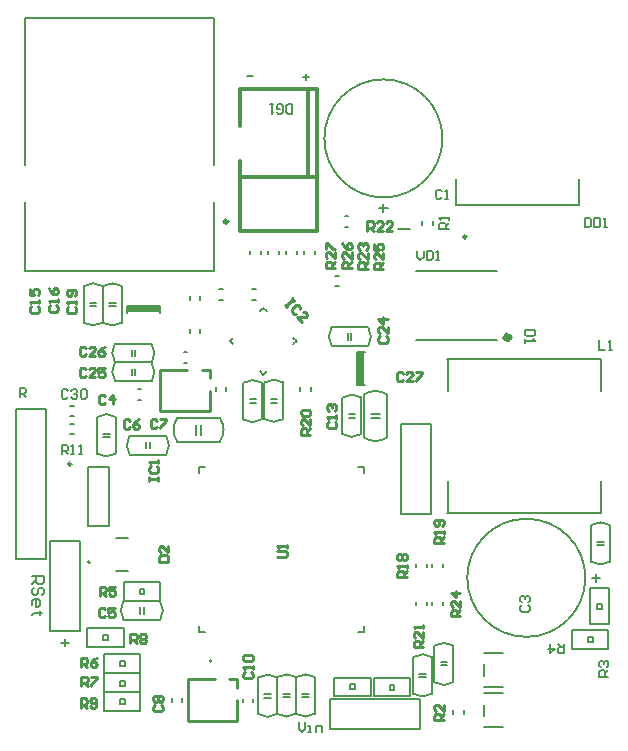
<source format=gto>
G04*
G04 #@! TF.GenerationSoftware,Altium Limited,Altium Designer,20.0.13 (296)*
G04*
G04 Layer_Color=65535*
%FSLAX44Y44*%
%MOMM*%
G71*
G01*
G75*
%ADD10C,0.1500*%
%ADD11C,0.2000*%
%ADD12C,0.2500*%
%ADD13C,0.6096*%
%ADD14C,0.3000*%
%ADD15C,0.2540*%
%ADD16C,0.1270*%
%ADD17C,0.1524*%
%ADD18C,0.1520*%
%ADD19R,0.5500X2.8000*%
%ADD20R,2.8001X0.5500*%
D10*
X329300Y299500D02*
G03*
X309316Y299576I-10047J-14270D01*
G01*
X309300Y263500D02*
G03*
X329284Y263424I10047J14270D01*
G01*
X291287Y266096D02*
G03*
X307200Y266200I7877J12168D01*
G01*
X307313Y297204D02*
G03*
X291400Y297100I-7877J-12168D01*
G01*
X351237Y46345D02*
G03*
X367150Y46450I7877J12168D01*
G01*
X367262Y77455D02*
G03*
X351350Y77350I-7877J-12168D01*
G01*
X385262Y87155D02*
G03*
X369350Y87050I-7877J-12168D01*
G01*
X369237Y56045D02*
G03*
X385150Y56150I7877J12168D01*
G01*
X251987Y29345D02*
G03*
X267900Y29450I7877J12168D01*
G01*
X268013Y60455D02*
G03*
X252100Y60350I-7877J-12168D01*
G01*
X235987Y29345D02*
G03*
X251900Y29450I7877J12168D01*
G01*
X252013Y60455D02*
G03*
X236100Y60350I-7877J-12168D01*
G01*
X219988Y29095D02*
G03*
X235900Y29200I7877J12168D01*
G01*
X236012Y60205D02*
G03*
X220100Y60100I-7877J-12168D01*
G01*
X137004Y108787D02*
G03*
X136900Y124700I-12168J7877D01*
G01*
X105895Y124812D02*
G03*
X106000Y108900I12168J-7877D01*
G01*
X142155Y248738D02*
G03*
X142050Y264650I-12168J7877D01*
G01*
X111046Y264762D02*
G03*
X111150Y248850I12168J-7877D01*
G01*
X187500Y259750D02*
G03*
X187576Y279734I-14270J10047D01*
G01*
X151500Y279750D02*
G03*
X151424Y259766I14270J-10047D01*
G01*
X282095Y356763D02*
G03*
X282200Y340850I12168J-7877D01*
G01*
X313204Y340737D02*
G03*
X313100Y356650I-12168J7877D01*
G01*
X223263Y309655D02*
G03*
X207350Y309550I-7877J-12168D01*
G01*
X207237Y278545D02*
G03*
X223150Y278650I7877J12168D01*
G01*
X129804Y310787D02*
G03*
X129700Y326700I-12168J7877D01*
G01*
X98695Y326813D02*
G03*
X98800Y310900I12168J-7877D01*
G01*
X129804Y326787D02*
G03*
X129700Y342700I-12168J7877D01*
G01*
X98695Y342812D02*
G03*
X98800Y326900I12168J-7877D01*
G01*
X104513Y391523D02*
G03*
X88600Y391418I-7877J-12168D01*
G01*
X88487Y360414D02*
G03*
X104400Y360518I7877J12168D01*
G01*
X88263Y391523D02*
G03*
X72350Y391419I-7877J-12168D01*
G01*
X72237Y360414D02*
G03*
X88150Y360519I7877J12168D01*
G01*
X99513Y280704D02*
G03*
X83600Y280600I-7877J-12168D01*
G01*
X83487Y249595D02*
G03*
X99400Y249700I7877J12168D01*
G01*
X241262Y309954D02*
G03*
X225350Y309850I-7877J-12168D01*
G01*
X225237Y278845D02*
G03*
X241150Y278950I7877J12168D01*
G01*
X501737Y158096D02*
G03*
X517650Y158200I7877J12168D01*
G01*
X517762Y189205D02*
G03*
X501850Y189100I-7877J-12168D01*
G01*
X329300Y263500D02*
Y299500D01*
X309300Y263500D02*
Y299500D01*
X315200Y279500D02*
X323300D01*
X315300Y283500D02*
X323300D01*
X307300Y266250D02*
Y297000D01*
X291300Y266250D02*
Y297000D01*
X296600Y280100D02*
X301900D01*
X296600Y282900D02*
X301900D01*
X284500Y44000D02*
X315250D01*
Y60000D01*
X284500D02*
X315250D01*
X284500Y44000D02*
Y60000D01*
X297750Y50000D02*
Y54250D01*
X301750D01*
Y50000D02*
Y54250D01*
X297750Y50000D02*
X301750D01*
X367250Y46500D02*
Y77250D01*
X351250Y46500D02*
Y77250D01*
X356550Y60350D02*
X361850D01*
X356550Y63150D02*
X361850D01*
X369250Y56250D02*
Y87000D01*
X385250Y56250D02*
Y87000D01*
X374650Y73150D02*
X379950D01*
X374650Y70350D02*
X379950D01*
X317750Y60000D02*
X348500D01*
X317750Y44000D02*
Y60000D01*
Y44000D02*
X348500D01*
Y60000D01*
X335250Y49750D02*
Y54000D01*
X331250Y49750D02*
X335250D01*
X331250D02*
Y54000D01*
X335250D01*
X268000Y29500D02*
Y60250D01*
X252000Y29500D02*
Y60250D01*
X257300Y43350D02*
X262600D01*
X257300Y46150D02*
X262600D01*
X252000Y29500D02*
Y60250D01*
X236000Y29500D02*
Y60250D01*
X241300Y43350D02*
X246600D01*
X241300Y46150D02*
X246600D01*
X236000Y29250D02*
Y60000D01*
X220000Y29250D02*
Y60000D01*
X225300Y43100D02*
X230600D01*
X225300Y45900D02*
X230600D01*
X89500Y79750D02*
X120250D01*
X89500Y63750D02*
Y79750D01*
Y63750D02*
X120250D01*
Y79750D01*
X107000Y69500D02*
Y73750D01*
X103000Y69500D02*
X107000D01*
X103000D02*
Y73750D01*
X107000D01*
X89500Y63500D02*
X120250D01*
X89500Y47500D02*
Y63500D01*
Y47500D02*
X120250D01*
Y63500D01*
X107000Y53250D02*
Y57500D01*
X103000Y53250D02*
X107000D01*
X103000D02*
Y57500D01*
X107000D01*
X89500Y47500D02*
X120250D01*
X89500Y31500D02*
Y47500D01*
Y31500D02*
X120250D01*
Y47500D01*
X107000Y37250D02*
Y41500D01*
X103000Y37250D02*
X107000D01*
X103000D02*
Y41500D01*
X107000D01*
X75250Y86000D02*
X106000D01*
Y102000D01*
X75250D02*
X106000D01*
X75250Y86000D02*
Y102000D01*
X88500Y92000D02*
Y96250D01*
X92500D01*
Y92000D02*
Y96250D01*
X88500Y92000D02*
X92500D01*
X106100Y141050D02*
X136850D01*
X106100Y125050D02*
Y141050D01*
Y125050D02*
X136850D01*
Y141050D01*
X123600Y130800D02*
Y135050D01*
X119600Y130800D02*
X123600D01*
X119600D02*
Y135050D01*
X123600D01*
X106100Y124800D02*
X136850D01*
X106100Y108800D02*
X136850D01*
X123000Y114100D02*
Y119400D01*
X120200Y114100D02*
Y119400D01*
X111250Y264750D02*
X142000D01*
X111250Y248750D02*
X142000D01*
X128150Y254050D02*
Y259350D01*
X125350Y254050D02*
Y259350D01*
X151500Y259750D02*
X187500D01*
X151500Y279750D02*
X187500D01*
X167500Y265750D02*
Y273850D01*
X171500Y265750D02*
Y273750D01*
X282250Y340750D02*
X313000D01*
X282250Y356750D02*
X313000D01*
X296100Y346150D02*
Y351450D01*
X298900Y346150D02*
Y351450D01*
X207250Y278750D02*
Y309500D01*
X223250Y278750D02*
Y309500D01*
X212650Y295650D02*
X217950D01*
X212650Y292850D02*
X217950D01*
X98900Y326800D02*
X129650D01*
X98900Y310800D02*
X129650D01*
X115800Y316100D02*
Y321400D01*
X113000Y316100D02*
Y321400D01*
X98900Y342800D02*
X129650D01*
X98900Y326800D02*
X129650D01*
X115800Y332100D02*
Y337400D01*
X113000Y332100D02*
Y337400D01*
X88500Y360619D02*
Y391369D01*
X104500Y360619D02*
Y391369D01*
X93900Y377519D02*
X99200D01*
X93900Y374719D02*
X99200D01*
X72250Y360619D02*
Y391369D01*
X88250Y360619D02*
Y391369D01*
X77650Y377519D02*
X82950D01*
X77650Y374719D02*
X82950D01*
X88800Y266400D02*
X94100D01*
X88800Y263600D02*
X94100D01*
X83500Y249750D02*
Y280500D01*
X99500Y249750D02*
Y280500D01*
X230550Y295650D02*
X235850D01*
X230550Y292850D02*
X235850D01*
X225250Y279000D02*
Y309750D01*
X241250Y279000D02*
Y309750D01*
X485750Y100000D02*
X516500D01*
X485750Y84000D02*
Y100000D01*
Y84000D02*
X516500D01*
Y100000D01*
X503250Y89750D02*
Y94000D01*
X499250Y89750D02*
X503250D01*
X499250D02*
Y94000D01*
X503250D01*
X517250Y105000D02*
Y135750D01*
X501250D02*
X517250D01*
X501250Y105000D02*
Y135750D01*
Y105000D02*
X517250D01*
X507000Y118250D02*
X511250D01*
X507000D02*
Y122250D01*
X511250D01*
Y118250D02*
Y122250D01*
X517750Y158250D02*
Y189000D01*
X501750Y158250D02*
Y189000D01*
X507050Y172100D02*
X512350D01*
X507050Y174900D02*
X512350D01*
D11*
X77500Y157500D02*
G03*
X77500Y157500I-1000J0D01*
G01*
X180750Y74150D02*
G03*
X180750Y74150I-1000J0D01*
G01*
X376000Y516500D02*
G03*
X376000Y516500I-50000J0D01*
G01*
X497000Y144500D02*
G03*
X497000Y144500I-50000J0D01*
G01*
X61000Y275000D02*
X64000D01*
X61000Y266000D02*
X64000D01*
X61000Y290250D02*
X64000D01*
X61000Y281250D02*
X64000D01*
X394250Y29500D02*
Y32500D01*
X385250Y29500D02*
Y32500D01*
X367500Y153500D02*
Y156500D01*
X376500Y153500D02*
Y156500D01*
X367500Y121250D02*
Y124250D01*
X376500Y121250D02*
Y124250D01*
X353500Y121250D02*
Y124250D01*
X362500Y121250D02*
Y124250D01*
X353500Y153500D02*
Y156500D01*
X362500Y153500D02*
Y156500D01*
X207000Y39250D02*
Y42250D01*
X216000Y39250D02*
Y42250D01*
X155750Y39750D02*
Y42750D01*
X146750Y39750D02*
Y42750D01*
X44050Y99500D02*
Y175700D01*
X69450Y99500D02*
Y175700D01*
X44050D02*
X69450D01*
X44050Y99500D02*
X69450D01*
X255750Y303000D02*
Y306000D01*
X264750Y303000D02*
Y306000D01*
X304000Y307750D02*
Y335750D01*
Y307750D02*
X310000D01*
X304000Y335750D02*
X310000D01*
X75500Y188250D02*
Y238250D01*
X93500Y188250D02*
Y238250D01*
X75500D02*
X93500D01*
X75500Y188250D02*
X93500D01*
X118000Y304000D02*
X121000D01*
X118000Y295000D02*
X121000D01*
X184000Y302750D02*
Y305750D01*
X193000Y302750D02*
Y305750D01*
X293250Y450500D02*
X296250D01*
X293250Y441500D02*
X296250D01*
X157000Y326500D02*
X160000D01*
X157000Y335500D02*
X160000D01*
X285250Y400250D02*
X288250D01*
X285250Y391250D02*
X288250D01*
X187000Y380000D02*
X190000D01*
X187000Y389000D02*
X190000D01*
X215000D02*
X218000D01*
X215000Y380000D02*
X218000D01*
X171000Y351750D02*
Y354750D01*
X162000Y351750D02*
Y354750D01*
Y379750D02*
Y382750D01*
X171000Y379750D02*
Y382750D01*
X108750Y375000D02*
X136750D01*
X108750Y369000D02*
Y375000D01*
X136750Y369000D02*
Y375000D01*
X237250Y418250D02*
Y421250D01*
X228250Y418250D02*
Y421250D01*
X222000Y418250D02*
Y421250D01*
X213000Y418250D02*
Y421250D01*
X268000Y418250D02*
Y421250D01*
X259000Y418250D02*
Y421250D01*
X252500Y418250D02*
Y421250D01*
X243500Y418250D02*
Y421250D01*
X340550Y198150D02*
X365950D01*
X340550Y274350D02*
X365950D01*
Y198150D02*
Y274350D01*
X340550Y198150D02*
Y274350D01*
X491750Y459750D02*
Y482250D01*
X387750Y459750D02*
X491750D01*
X387750D02*
Y482250D01*
X338750Y439500D02*
X348750D01*
X367750Y443250D02*
Y446250D01*
X358750Y443250D02*
Y446250D01*
X322500Y457750D02*
X329500D01*
X326000Y454250D02*
Y461250D01*
X505750Y141000D02*
Y148000D01*
X502250Y144500D02*
X509250D01*
X281150Y16300D02*
Y41700D01*
X357350D01*
Y16300D02*
Y41700D01*
X281150Y16300D02*
X357350D01*
X15050Y287750D02*
X40450D01*
Y160750D02*
Y287750D01*
X15050Y160750D02*
Y287750D01*
Y160750D02*
X40450D01*
X53586Y249001D02*
Y256999D01*
X57585D01*
X58918Y255666D01*
Y253000D01*
X57585Y251667D01*
X53586D01*
X56252D02*
X58918Y249001D01*
X61583D02*
X64249D01*
X62916D01*
Y256999D01*
X61583Y255666D01*
X68248Y249001D02*
X70914D01*
X69581D01*
Y256999D01*
X68248Y255666D01*
X58918Y302916D02*
X57586Y304249D01*
X54920D01*
X53587Y302916D01*
Y297584D01*
X54920Y296251D01*
X57586D01*
X58918Y297584D01*
X61584Y302916D02*
X62917Y304249D01*
X65583D01*
X66916Y302916D01*
Y301583D01*
X65583Y300250D01*
X64250D01*
X65583D01*
X66916Y298917D01*
Y297584D01*
X65583Y296251D01*
X62917D01*
X61584Y297584D01*
X69582Y302916D02*
X70915Y304249D01*
X73580D01*
X74913Y302916D01*
Y297584D01*
X73580Y296251D01*
X70915D01*
X69582Y297584D01*
Y302916D01*
X56082Y93000D02*
Y86335D01*
X59415Y89668D02*
X52750D01*
X28500Y146250D02*
X38497D01*
Y141252D01*
X36831Y139586D01*
X33498D01*
X31832Y141252D01*
Y146250D01*
Y142918D02*
X28500Y139586D01*
X36831Y129589D02*
X38497Y131255D01*
Y134587D01*
X36831Y136253D01*
X35164D01*
X33498Y134587D01*
Y131255D01*
X31832Y129589D01*
X30166D01*
X28500Y131255D01*
Y134587D01*
X30166Y136253D01*
X28500Y121258D02*
Y124590D01*
X30166Y126256D01*
X33498D01*
X35164Y124590D01*
Y121258D01*
X33498Y119592D01*
X31832D01*
Y126256D01*
X36831Y114593D02*
X35164D01*
Y116260D01*
Y112927D01*
Y114593D01*
X30166D01*
X28500Y112927D01*
X215750Y569500D02*
X210418D01*
X260334Y566000D02*
Y571332D01*
X257668Y568666D02*
X263000D01*
X254250Y21997D02*
Y16666D01*
X256916Y14000D01*
X259582Y16666D01*
Y21997D01*
X262247Y14000D02*
X264913D01*
X263580D01*
Y19332D01*
X262247D01*
X268912Y14000D02*
Y19332D01*
X272911D01*
X274244Y17999D01*
Y14000D01*
X18000Y297500D02*
Y305497D01*
X21999D01*
X23332Y304165D01*
Y301499D01*
X21999Y300166D01*
X18000D01*
X20666D02*
X23332Y297500D01*
X381249Y439668D02*
X373251D01*
Y443667D01*
X374584Y445000D01*
X377250D01*
X378583Y443667D01*
Y439668D01*
Y442334D02*
X381249Y445000D01*
Y447666D02*
Y450332D01*
Y448999D01*
X373251D01*
X374584Y447666D01*
X354670Y421499D02*
Y416167D01*
X357336Y413501D01*
X360001Y416167D01*
Y421499D01*
X362667D02*
Y413501D01*
X366666D01*
X367999Y414834D01*
Y420166D01*
X366666Y421499D01*
X362667D01*
X370664Y413501D02*
X373330D01*
X371997D01*
Y421499D01*
X370664Y420166D01*
X248830Y537501D02*
Y545499D01*
X244832D01*
X243499Y544166D01*
Y538834D01*
X244832Y537501D01*
X248830D01*
X235501Y538834D02*
X236834Y537501D01*
X239500D01*
X240833Y538834D01*
Y544166D01*
X239500Y545499D01*
X236834D01*
X235501Y544166D01*
Y541500D01*
X238167D01*
X232835Y545499D02*
X230170D01*
X231502D01*
Y537501D01*
X232835Y538834D01*
X478914Y88499D02*
Y80501D01*
X474916D01*
X473583Y81834D01*
Y84500D01*
X474916Y85833D01*
X478914D01*
X476249D02*
X473583Y88499D01*
X466918D02*
Y80501D01*
X470917Y84500D01*
X465585D01*
X516499Y60835D02*
X508501D01*
Y64834D01*
X509834Y66167D01*
X512500D01*
X513833Y64834D01*
Y60835D01*
Y63501D02*
X516499Y66167D01*
X509834Y68833D02*
X508501Y70166D01*
Y72832D01*
X509834Y74165D01*
X511167D01*
X512500Y72832D01*
Y71499D01*
Y72832D01*
X513833Y74165D01*
X515166D01*
X516499Y72832D01*
Y70166D01*
X515166Y68833D01*
X508668Y345499D02*
Y337501D01*
X514000D01*
X516666D02*
X519332D01*
X517999D01*
Y345499D01*
X516666Y344166D01*
X443084Y121167D02*
X441751Y119834D01*
Y117168D01*
X443084Y115836D01*
X448416D01*
X449749Y117168D01*
Y119834D01*
X448416Y121167D01*
X443084Y123833D02*
X441751Y125166D01*
Y127832D01*
X443084Y129164D01*
X444417D01*
X445750Y127832D01*
Y126499D01*
Y127832D01*
X447083Y129164D01*
X448416D01*
X449749Y127832D01*
Y125166D01*
X448416Y123833D01*
X375500Y471916D02*
X374167Y473249D01*
X371501D01*
X370168Y471916D01*
Y466584D01*
X371501Y465251D01*
X374167D01*
X375500Y466584D01*
X378166Y465251D02*
X380832D01*
X379499D01*
Y473249D01*
X378166Y471916D01*
X496420Y449249D02*
Y441251D01*
X500418D01*
X501751Y442584D01*
Y447916D01*
X500418Y449249D01*
X496420D01*
X504417D02*
Y441251D01*
X508416D01*
X509749Y442584D01*
Y447916D01*
X508416Y449249D01*
X504417D01*
X512415Y441251D02*
X515080D01*
X513747D01*
Y449249D01*
X512415Y447916D01*
X454249Y354332D02*
X446251D01*
Y350333D01*
X447584Y349000D01*
X452916D01*
X454249Y350333D01*
Y354332D01*
X446251Y346334D02*
Y343668D01*
Y345001D01*
X454249D01*
X452916Y346334D01*
D12*
X61750Y240800D02*
G03*
X61750Y240800I-1250J0D01*
G01*
X396250Y433250D02*
G03*
X396250Y433250I-1250J0D01*
G01*
D13*
X432430Y348080D02*
G03*
X432430Y348080I-1500J0D01*
G01*
D14*
X194250Y446000D02*
G03*
X194250Y446000I-1500J0D01*
G01*
X204730Y526750D02*
Y558500D01*
X269500D01*
X204500Y438500D02*
Y497540D01*
X261880Y483570D02*
Y558500D01*
X204730Y483570D02*
X269500D01*
X204500Y438500D02*
X269500D01*
Y558500D01*
D15*
X160488Y58636D02*
X183602D01*
X160488Y23584D02*
Y58636D01*
Y23584D02*
X202398D01*
Y40856D01*
X195540Y58636D02*
X202398D01*
Y51270D02*
Y58636D01*
X136988Y320636D02*
X160102D01*
X136988Y285584D02*
Y320636D01*
Y285584D02*
X178898D01*
Y302856D01*
X172040Y320636D02*
X178898D01*
Y313270D02*
Y320636D01*
X236251Y161968D02*
X242916D01*
X244249Y163301D01*
Y165967D01*
X242916Y167300D01*
X236251D01*
X244249Y169966D02*
Y172632D01*
Y171299D01*
X236251D01*
X237584Y169966D01*
X284999Y406837D02*
X277001D01*
Y410835D01*
X278334Y412168D01*
X281000D01*
X282333Y410835D01*
Y406837D01*
Y409503D02*
X284999Y412168D01*
Y420166D02*
Y414834D01*
X279667Y420166D01*
X278334D01*
X277001Y418833D01*
Y416167D01*
X278334Y414834D01*
X277001Y422832D02*
Y428163D01*
X278334D01*
X283666Y422832D01*
X284999D01*
X298999Y406587D02*
X291001D01*
Y410586D01*
X292334Y411918D01*
X295000D01*
X296333Y410586D01*
Y406587D01*
Y409253D02*
X298999Y411918D01*
Y419916D02*
Y414584D01*
X293667Y419916D01*
X292334D01*
X291001Y418583D01*
Y415917D01*
X292334Y414584D01*
X291001Y427913D02*
X292334Y425247D01*
X295000Y422582D01*
X297666D01*
X298999Y423915D01*
Y426580D01*
X297666Y427913D01*
X296333D01*
X295000Y426580D01*
Y422582D01*
X325999Y406087D02*
X318001D01*
Y410086D01*
X319334Y411418D01*
X322000D01*
X323333Y410086D01*
Y406087D01*
Y408753D02*
X325999Y411418D01*
Y419416D02*
Y414084D01*
X320667Y419416D01*
X319334D01*
X318001Y418083D01*
Y415417D01*
X319334Y414084D01*
X318001Y427413D02*
Y422082D01*
X322000D01*
X320667Y424748D01*
Y426080D01*
X322000Y427413D01*
X324666D01*
X325999Y426080D01*
Y423415D01*
X324666Y422082D01*
X391249Y111837D02*
X383251D01*
Y115836D01*
X384584Y117168D01*
X387250D01*
X388583Y115836D01*
Y111837D01*
Y114503D02*
X391249Y117168D01*
Y125166D02*
Y119834D01*
X385917Y125166D01*
X384584D01*
X383251Y123833D01*
Y121167D01*
X384584Y119834D01*
X391249Y131830D02*
X383251D01*
X387250Y127832D01*
Y133163D01*
X312749Y406337D02*
X304751D01*
Y410336D01*
X306084Y411668D01*
X308750D01*
X310083Y410336D01*
Y406337D01*
Y409003D02*
X312749Y411668D01*
Y419666D02*
Y414334D01*
X307417Y419666D01*
X306084D01*
X304751Y418333D01*
Y415667D01*
X306084Y414334D01*
Y422332D02*
X304751Y423665D01*
Y426330D01*
X306084Y427663D01*
X307417D01*
X308750Y426330D01*
Y424997D01*
Y426330D01*
X310083Y427663D01*
X311416D01*
X312749Y426330D01*
Y423665D01*
X311416Y422332D01*
X312337Y438251D02*
Y446249D01*
X316336D01*
X317668Y444916D01*
Y442250D01*
X316336Y440917D01*
X312337D01*
X315002D02*
X317668Y438251D01*
X325666D02*
X320334D01*
X325666Y443583D01*
Y444916D01*
X324333Y446249D01*
X321667D01*
X320334Y444916D01*
X333663Y438251D02*
X328332D01*
X333663Y443583D01*
Y444916D01*
X332330Y446249D01*
X329664D01*
X328332Y444916D01*
X359749Y85670D02*
X351751D01*
Y89668D01*
X353084Y91001D01*
X355750D01*
X357083Y89668D01*
Y85670D01*
Y88336D02*
X359749Y91001D01*
Y98999D02*
Y93667D01*
X354417Y98999D01*
X353084D01*
X351751Y97666D01*
Y95000D01*
X353084Y93667D01*
X359749Y101664D02*
Y104330D01*
Y102998D01*
X351751D01*
X353084Y101664D01*
X264249Y265587D02*
X256251D01*
Y269585D01*
X257584Y270918D01*
X260250D01*
X261583Y269585D01*
Y265587D01*
Y268253D02*
X264249Y270918D01*
Y278916D02*
Y273584D01*
X258917Y278916D01*
X257584D01*
X256251Y277583D01*
Y274917D01*
X257584Y273584D01*
Y281582D02*
X256251Y282915D01*
Y285580D01*
X257584Y286913D01*
X262916D01*
X264249Y285580D01*
Y282915D01*
X262916Y281582D01*
X257584D01*
X377249Y173753D02*
X369251D01*
Y177752D01*
X370584Y179085D01*
X373250D01*
X374583Y177752D01*
Y173753D01*
Y176419D02*
X377249Y179085D01*
Y181751D02*
Y184416D01*
Y183084D01*
X369251D01*
X370584Y181751D01*
X375916Y188415D02*
X377249Y189748D01*
Y192414D01*
X375916Y193747D01*
X370584D01*
X369251Y192414D01*
Y189748D01*
X370584Y188415D01*
X371917D01*
X373250Y189748D01*
Y193747D01*
X345749Y144753D02*
X337751D01*
Y148752D01*
X339084Y150085D01*
X341750D01*
X343083Y148752D01*
Y144753D01*
Y147419D02*
X345749Y150085D01*
Y152751D02*
Y155416D01*
Y154084D01*
X337751D01*
X339084Y152751D01*
Y159415D02*
X337751Y160748D01*
Y163414D01*
X339084Y164747D01*
X340417D01*
X341750Y163414D01*
X343083Y164747D01*
X344416D01*
X345749Y163414D01*
Y160748D01*
X344416Y159415D01*
X343083D01*
X341750Y160748D01*
X340417Y159415D01*
X339084D01*
X341750Y160748D02*
Y163414D01*
X69585Y34501D02*
Y42499D01*
X73584D01*
X74917Y41166D01*
Y38500D01*
X73584Y37167D01*
X69585D01*
X72251D02*
X74917Y34501D01*
X77583Y35834D02*
X78916Y34501D01*
X81582D01*
X82914Y35834D01*
Y41166D01*
X81582Y42499D01*
X78916D01*
X77583Y41166D01*
Y39833D01*
X78916Y38500D01*
X82914D01*
X111835Y89001D02*
Y96999D01*
X115834D01*
X117167Y95666D01*
Y93000D01*
X115834Y91667D01*
X111835D01*
X114501D02*
X117167Y89001D01*
X119833Y95666D02*
X121166Y96999D01*
X123832D01*
X125164Y95666D01*
Y94333D01*
X123832Y93000D01*
X125164Y91667D01*
Y90334D01*
X123832Y89001D01*
X121166D01*
X119833Y90334D01*
Y91667D01*
X121166Y93000D01*
X119833Y94333D01*
Y95666D01*
X121166Y93000D02*
X123832D01*
X70335Y52751D02*
Y60749D01*
X74334D01*
X75667Y59416D01*
Y56750D01*
X74334Y55417D01*
X70335D01*
X73001D02*
X75667Y52751D01*
X78333Y60749D02*
X83665D01*
Y59416D01*
X78333Y54084D01*
Y52751D01*
X70086Y69001D02*
Y76999D01*
X74084D01*
X75417Y75666D01*
Y73000D01*
X74084Y71667D01*
X70086D01*
X72751D02*
X75417Y69001D01*
X83414Y76999D02*
X80749Y75666D01*
X78083Y73000D01*
Y70334D01*
X79416Y69001D01*
X82082D01*
X83414Y70334D01*
Y71667D01*
X82082Y73000D01*
X78083D01*
X85685Y129051D02*
Y137049D01*
X89684D01*
X91017Y135716D01*
Y133050D01*
X89684Y131717D01*
X85685D01*
X88351D02*
X91017Y129051D01*
X99015Y137049D02*
X93683D01*
Y133050D01*
X96349Y134383D01*
X97682D01*
X99015Y133050D01*
Y130384D01*
X97682Y129051D01*
X95016D01*
X93683Y130384D01*
X377249Y23835D02*
X369251D01*
Y27834D01*
X370584Y29167D01*
X373250D01*
X374583Y27834D01*
Y23835D01*
Y26501D02*
X377249Y29167D01*
Y37164D02*
Y31833D01*
X371917Y37164D01*
X370584D01*
X369251Y35832D01*
Y33166D01*
X370584Y31833D01*
X248259Y381146D02*
X250144Y379261D01*
X249201Y380204D01*
X243546Y374549D01*
X242604Y375491D01*
X244489Y373606D01*
X255799Y371721D02*
Y373606D01*
X253914Y375491D01*
X252029Y375491D01*
X248259Y371721D01*
Y369836D01*
X250144Y367951D01*
X252029Y367951D01*
X256741Y361354D02*
X252971Y365124D01*
X260511D01*
X261454Y366066D01*
Y367951D01*
X259569Y369836D01*
X257684Y369836D01*
X127501Y226836D02*
Y229502D01*
Y228169D01*
X135499D01*
Y226836D01*
Y229502D01*
X128834Y238832D02*
X127501Y237499D01*
Y234834D01*
X128834Y233501D01*
X134166D01*
X135499Y234834D01*
Y237499D01*
X134166Y238832D01*
X135499Y241498D02*
Y244164D01*
Y242831D01*
X127501D01*
X128834Y241498D01*
X136001Y158085D02*
X143999D01*
Y162084D01*
X142666Y163417D01*
X137334D01*
X136001Y162084D01*
Y158085D01*
X143999Y171415D02*
Y166083D01*
X138667Y171415D01*
X137334D01*
X136001Y170082D01*
Y167416D01*
X137334Y166083D01*
X342668Y317416D02*
X341335Y318749D01*
X338670D01*
X337337Y317416D01*
Y312084D01*
X338670Y310751D01*
X341335D01*
X342668Y312084D01*
X350666Y310751D02*
X345334D01*
X350666Y316083D01*
Y317416D01*
X349333Y318749D01*
X346667D01*
X345334Y317416D01*
X353332Y318749D02*
X358663D01*
Y317416D01*
X353332Y312084D01*
Y310751D01*
X74068Y338966D02*
X72736Y340299D01*
X70070D01*
X68737Y338966D01*
Y333634D01*
X70070Y332301D01*
X72736D01*
X74068Y333634D01*
X82066Y332301D02*
X76734D01*
X82066Y337633D01*
Y338966D01*
X80733Y340299D01*
X78067D01*
X76734Y338966D01*
X90063Y340299D02*
X87397Y338966D01*
X84732Y336300D01*
Y333634D01*
X86065Y332301D01*
X88730D01*
X90063Y333634D01*
Y334967D01*
X88730Y336300D01*
X84732D01*
X74068Y320966D02*
X72736Y322299D01*
X70070D01*
X68737Y320966D01*
Y315634D01*
X70070Y314301D01*
X72736D01*
X74068Y315634D01*
X82066Y314301D02*
X76734D01*
X82066Y319633D01*
Y320966D01*
X80733Y322299D01*
X78067D01*
X76734Y320966D01*
X90063Y322299D02*
X84732D01*
Y318300D01*
X87397Y319633D01*
X88730D01*
X90063Y318300D01*
Y315634D01*
X88730Y314301D01*
X86065D01*
X84732Y315634D01*
X323084Y348918D02*
X321751Y347585D01*
Y344920D01*
X323084Y343587D01*
X328416D01*
X329749Y344920D01*
Y347585D01*
X328416Y348918D01*
X329749Y356916D02*
Y351584D01*
X324417Y356916D01*
X323084D01*
X321751Y355583D01*
Y352917D01*
X323084Y351584D01*
X329749Y363580D02*
X321751D01*
X325750Y359582D01*
Y364913D01*
X59334Y373835D02*
X58001Y372502D01*
Y369836D01*
X59334Y368503D01*
X64666D01*
X65999Y369836D01*
Y372502D01*
X64666Y373835D01*
X65999Y376501D02*
Y379166D01*
Y377834D01*
X58001D01*
X59334Y376501D01*
X64666Y383165D02*
X65999Y384498D01*
Y387164D01*
X64666Y388497D01*
X59334D01*
X58001Y387164D01*
Y384498D01*
X59334Y383165D01*
X60667D01*
X62000Y384498D01*
Y388497D01*
X43834Y375203D02*
X42501Y373871D01*
Y371205D01*
X43834Y369872D01*
X49166D01*
X50499Y371205D01*
Y373871D01*
X49166Y375203D01*
X50499Y377869D02*
Y380535D01*
Y379202D01*
X42501D01*
X43834Y377869D01*
X42501Y389865D02*
X43834Y387200D01*
X46500Y384534D01*
X49166D01*
X50499Y385867D01*
Y388532D01*
X49166Y389865D01*
X47833D01*
X46500Y388532D01*
Y384534D01*
X27834Y374203D02*
X26501Y372870D01*
Y370205D01*
X27834Y368872D01*
X33166D01*
X34499Y370205D01*
Y372870D01*
X33166Y374203D01*
X34499Y376869D02*
Y379535D01*
Y378202D01*
X26501D01*
X27834Y376869D01*
X26501Y388865D02*
Y383534D01*
X30500D01*
X29167Y386200D01*
Y387533D01*
X30500Y388865D01*
X33166D01*
X34499Y387533D01*
Y384867D01*
X33166Y383534D01*
X279584Y276585D02*
X278251Y275252D01*
Y272586D01*
X279584Y271253D01*
X284916D01*
X286249Y272586D01*
Y275252D01*
X284916Y276585D01*
X286249Y279251D02*
Y281917D01*
Y280584D01*
X278251D01*
X279584Y279251D01*
Y285915D02*
X278251Y287248D01*
Y289914D01*
X279584Y291247D01*
X280917D01*
X282250Y289914D01*
Y288581D01*
Y289914D01*
X283583Y291247D01*
X284916D01*
X286249Y289914D01*
Y287248D01*
X284916Y285915D01*
X208584Y64585D02*
X207251Y63252D01*
Y60586D01*
X208584Y59253D01*
X213916D01*
X215249Y60586D01*
Y63252D01*
X213916Y64585D01*
X215249Y67251D02*
Y69916D01*
Y68584D01*
X207251D01*
X208584Y67251D01*
Y73915D02*
X207251Y75248D01*
Y77914D01*
X208584Y79247D01*
X213916D01*
X215249Y77914D01*
Y75248D01*
X213916Y73915D01*
X208584D01*
X132584Y36667D02*
X131251Y35334D01*
Y32668D01*
X132584Y31335D01*
X137916D01*
X139249Y32668D01*
Y35334D01*
X137916Y36667D01*
X132584Y39333D02*
X131251Y40666D01*
Y43332D01*
X132584Y44665D01*
X133917D01*
X135250Y43332D01*
X136583Y44665D01*
X137916D01*
X139249Y43332D01*
Y40666D01*
X137916Y39333D01*
X136583D01*
X135250Y40666D01*
X133917Y39333D01*
X132584D01*
X135250Y40666D02*
Y43332D01*
X134167Y277666D02*
X132834Y278999D01*
X130168D01*
X128835Y277666D01*
Y272334D01*
X130168Y271001D01*
X132834D01*
X134167Y272334D01*
X136833Y278999D02*
X142164D01*
Y277666D01*
X136833Y272334D01*
Y271001D01*
X111417Y277416D02*
X110084Y278749D01*
X107418D01*
X106086Y277416D01*
Y272084D01*
X107418Y270751D01*
X110084D01*
X111417Y272084D01*
X119415Y278749D02*
X116749Y277416D01*
X114083Y274750D01*
Y272084D01*
X115416Y270751D01*
X118082D01*
X119415Y272084D01*
Y273417D01*
X118082Y274750D01*
X114083D01*
X90517Y117716D02*
X89184Y119049D01*
X86518D01*
X85185Y117716D01*
Y112384D01*
X86518Y111051D01*
X89184D01*
X90517Y112384D01*
X98514Y119049D02*
X93183D01*
Y115050D01*
X95849Y116383D01*
X97182D01*
X98514Y115050D01*
Y112384D01*
X97182Y111051D01*
X94516D01*
X93183Y112384D01*
X90676Y298165D02*
X89343Y299497D01*
X86677D01*
X85344Y298165D01*
Y292833D01*
X86677Y291500D01*
X89343D01*
X90676Y292833D01*
X97340Y291500D02*
Y299497D01*
X93341Y295499D01*
X98673D01*
D16*
X99750Y178500D02*
X109750D01*
X99750Y150500D02*
X109750D01*
X221419Y370366D02*
X224262Y373209D01*
X224347D01*
X227147Y370408D01*
X195970Y344959D02*
X198770Y347760D01*
X195970Y344875D02*
X198813Y342032D01*
X249774Y342082D02*
X252574Y344882D01*
X249732Y347809D02*
X252574Y344967D01*
X221405Y319412D02*
X224205Y316611D01*
X224290Y316612D02*
X227132Y319454D01*
X169750Y98550D02*
X175150D01*
X304350D02*
X309750D01*
X169750Y238550D02*
X175150D01*
X304350D02*
X309750D01*
X169750Y98550D02*
Y103950D01*
X309750Y98550D02*
Y103950D01*
X169750Y233150D02*
Y238550D01*
X309750Y233150D02*
Y238550D01*
X353450Y345550D02*
X422050D01*
X353450Y403950D02*
X422050D01*
X182750Y404200D02*
Y463000D01*
Y494000D02*
Y618200D01*
X22750Y404200D02*
Y463000D01*
Y494000D02*
Y618200D01*
X182750D01*
X22750Y404200D02*
X182750D01*
D17*
X411250Y61750D02*
Y71250D01*
X411050Y52000D02*
X427250D01*
X411150Y80970D02*
X427350D01*
X411000Y27500D02*
Y37000D01*
X410800Y17750D02*
X427000D01*
X410900Y46720D02*
X427100D01*
X380250Y199500D02*
X510250D01*
X380250Y329500D02*
X510250D01*
D18*
X510020Y199500D02*
Y226400D01*
Y199500D02*
X510250D01*
X510020Y302600D02*
Y329500D01*
X510250D01*
X380480Y199500D02*
Y226400D01*
X380250Y199500D02*
X380480D01*
Y302600D02*
Y329500D01*
X380250D02*
X380480D01*
X380250D02*
X380480D01*
D19*
X306750Y321750D02*
D03*
D20*
X122750Y372251D02*
D03*
M02*

</source>
